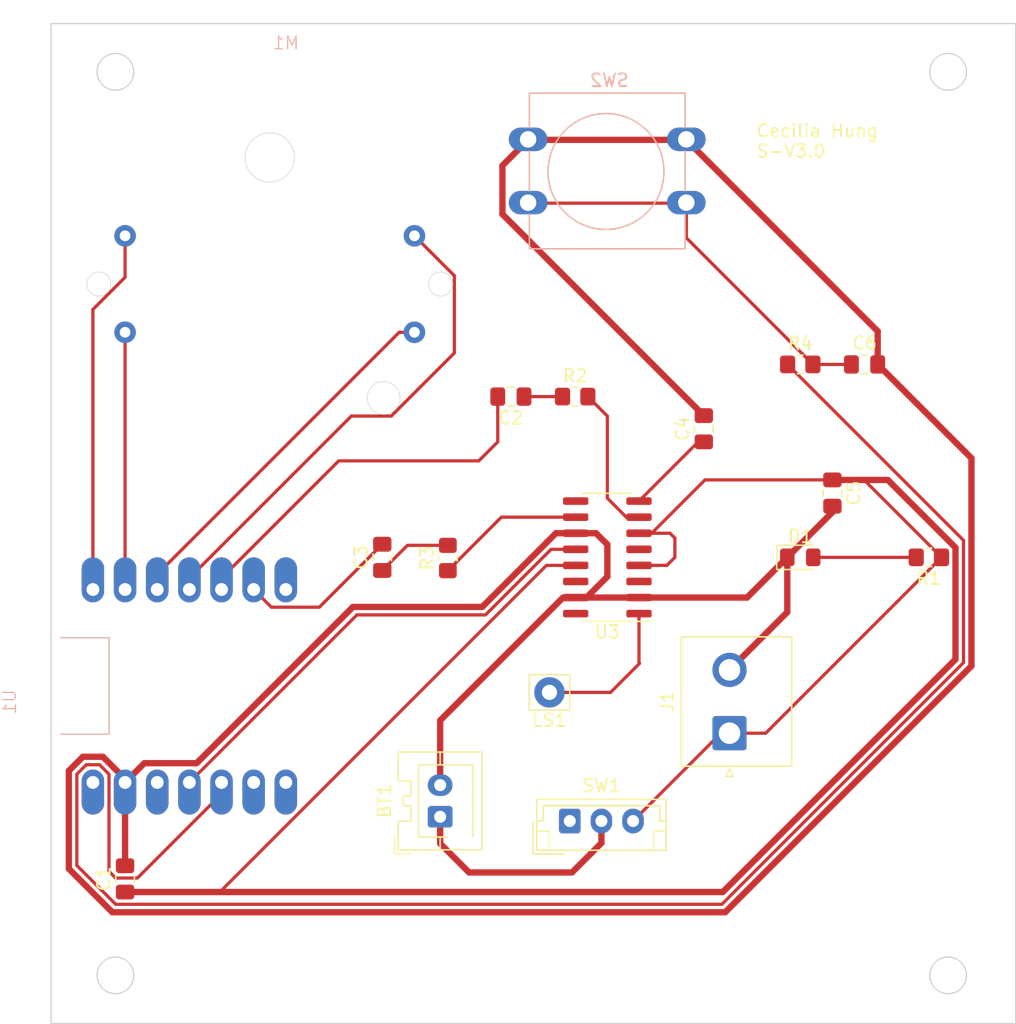
<source format=kicad_pcb>
(kicad_pcb (version 20221018) (generator pcbnew)
  (layers (0 "F.Cu" signal) (31 "B.Cu" signal) (34 "B.Paste" user) (35 "F.Paste" user) (36 "B.SilkS" user "B.Silkscreen") (37 "F.SilkS" user "F.Silkscreen") (38 "B.Mask" user) (39 "F.Mask" user) (44 "Edge.Cuts" user))
  (net 0 "")
  (net 1 "GND")
  (net 2 "Net-(D1-A)")
  (net 3 "Net-(U1-GPIO1_A0_D0)")
  (net 4 "Net-(M1--)")
  (net 5 "Net-(U1-GPIO3_A2_D2)")
  (net 6 "Net-(U1-GPIO4_A3_D3)")
  (net 7 "VCC")
  (net 8 "/BAT")
  (net 9 "Net-(C2-Pad1)")
  (net 10 "Net-(U3-INL)")
  (net 13 "Net-(SW2-B)")
  (net 16 "Net-(U3-INR)")
  (net 17 "Net-(C3-Pad1)")
  (net 18 "Net-(U1-GPIO4_A3_D3_SDA)")
  (net 19 "Net-(U1-GPIO6_A5_D5_SCL)")
  (net 20 "Net-(U3-LOUT+)")
  (net 24 "Net-(U3-VREF)")
  (net 26 "Net-(U1-GPIO9_A10_D10_COPI)")
  (net 29 "Net-(U1-GPIO8_A9_D9_CIPO)")
  (footprint "LED_SMD:LED_0805_2012Metric_Pad1.15x1.40mm_HandSolder" (layer "F.Cu") (at 182.88 73.66)
    (fp_text reference "D1" (at 0 -1.65) (layer "F.SilkS"))
    (fp_text value "LED")
    (fp_line (start -1.86 -0.96) (end -1.86 0.96) (stroke (width 0.12)) (layer "F.SilkS"))
    (fp_line (start -1.86 0.96) (end 1 0.96) (stroke (width 0.12)) (layer "F.SilkS"))
    (fp_line (start 1 -0.96) (end -1.86 -0.96) (stroke (width 0.12)) (layer "F.SilkS"))
    (pad "1" smd roundrect (at -1.025 0) (size 1.15 1.4) (layers "F.Cu" "F.Paste" "F.Mask") (roundrect_rratio 0.2173913043) (net 1 "GND"))
    (pad "2" smd roundrect (at 1.025 0) (size 1.15 1.4) (layers "F.Cu" "F.Paste" "F.Mask") (roundrect_rratio 0.2173913043) (net 2 "Net-(D1-A)"))
  )
  (footprint "Capacitor_SMD:C_0805_2012Metric_Pad1.18x1.45mm_HandSolder" (layer "F.Cu") (at 187.96 58.42)
    (fp_text reference "C6" (at 0 -1.68) (layer "F.SilkS"))
    (fp_text value "100nF")
    (fp_line (start -0.261252 -0.735) (end 0.261252 -0.735) (stroke (width 0.12)) (layer "F.SilkS"))
    (fp_line (start -0.261252 0.735) (end 0.261252 0.735) (stroke (width 0.12)) (layer "F.SilkS"))
    (pad "1" smd roundrect (at -1.0375 0) (size 1.175 1.45) (layers "F.Cu" "F.Paste" "F.Mask") (roundrect_rratio 0.2127659574) (net 13 "Net-(SW2-B)"))
    (pad "2" smd roundrect (at 1.0375 0) (size 1.175 1.45) (layers "F.Cu" "F.Paste" "F.Mask") (roundrect_rratio 0.2127659574) (net 1 "GND"))
  )
  (footprint "Connector_JST:JST_EH_B3B-EH-A_1x03_P2.50mm_Vertical" (layer "F.Cu") (at 164.672 94.488)
    (fp_text reference "SW1" (at 2.5 -2.8) (layer "F.SilkS"))
    (fp_text value "SW_SPDT")
    (fp_line (start -2.91 0.11) (end -2.91 2.61) (stroke (width 0.12)) (layer "F.SilkS"))
    (fp_line (start -2.91 2.61) (end -0.41 2.61) (stroke (width 0.12)) (layer "F.SilkS"))
    (fp_line (start -2.61 -1.71) (end -2.61 2.31) (stroke (width 0.12)) (layer "F.SilkS"))
    (fp_line (start -2.61 0) (end -2.11 0) (stroke (width 0.12)) (layer "F.SilkS"))
    (fp_line (start -2.61 0.81) (end -1.61 0.81) (stroke (width 0.12)) (layer "F.SilkS"))
    (fp_line (start -2.61 2.31) (end 7.61 2.31) (stroke (width 0.12)) (layer "F.SilkS"))
    (fp_line (start -2.11 -1.21) (end 7.11 -1.21) (stroke (width 0.12)) (layer "F.SilkS"))
    (fp_line (start -2.11 0) (end -2.11 -1.21) (stroke (width 0.12)) (layer "F.SilkS"))
    (fp_line (start -1.61 0.81) (end -1.61 2.31) (stroke (width 0.12)) (layer "F.SilkS"))
    (fp_line (start 6.61 0.81) (end 6.61 2.31) (stroke (width 0.12)) (layer "F.SilkS"))
    (fp_line (start 7.11 -1.21) (end 7.11 0) (stroke (width 0.12)) (layer "F.SilkS"))
    (fp_line (start 7.11 0) (end 7.61 0) (stroke (width 0.12)) (layer "F.SilkS"))
    (fp_line (start 7.61 -1.71) (end -2.61 -1.71) (stroke (width 0.12)) (layer "F.SilkS"))
    (fp_line (start 7.61 0.81) (end 6.61 0.81) (stroke (width 0.12)) (layer "F.SilkS"))
    (fp_line (start 7.61 2.31) (end 7.61 -1.71) (stroke (width 0.12)) (layer "F.SilkS"))
    (pad "1" thru_hole roundrect (at 0 0) (size 1.7 1.95) (drill 0.95) (layers "*.Cu" "*.Mask") (roundrect_rratio 0.1470588235))
    (pad "2" thru_hole oval (at 2.5 0) (size 1.7 1.95) (drill 0.95) (layers "*.Cu" "*.Mask") (net 8 "/BAT"))
    (pad "3" thru_hole oval (at 5 0) (size 1.7 1.95) (drill 0.95) (layers "*.Cu" "*.Mask") (net 7 "VCC"))
  )
  (footprint "Package_SO:SOP-16_3.9x9.9mm_P1.27mm" (layer "F.Cu") (at 167.64 73.66 180)
    (fp_text reference "U3" (at 0 -5.9) (layer "F.SilkS"))
    (fp_text value "PAM8403D")
    (fp_line (start 0 -5.06) (end -3.5 -5.06) (stroke (width 0.12)) (layer "F.SilkS"))
    (fp_line (start 0 -5.06) (end 1.95 -5.06) (stroke (width 0.12)) (layer "F.SilkS"))
    (fp_line (start 0 5.06) (end -1.95 5.06) (stroke (width 0.12)) (layer "F.SilkS"))
    (fp_line (start 0 5.06) (end 1.95 5.06) (stroke (width 0.12)) (layer "F.SilkS"))
    (pad "1" smd roundrect (at -2.5 -4.445 180) (size 2 0.6) (layers "F.Cu" "F.Paste" "F.Mask") (net 20 "Net-(U3-LOUT+)"))
    (pad "2" smd roundrect (at -2.5 -3.175 180) (size 2 0.6) (layers "F.Cu" "F.Paste" "F.Mask") (net 1 "GND"))
    (pad "3" smd roundrect (at -2.5 -1.905 180) (size 2 0.6) (layers "F.Cu" "F.Paste" "F.Mask"))
    (pad "4" smd roundrect (at -2.5 -0.635 180) (size 2 0.6) (layers "F.Cu" "F.Paste" "F.Mask") (net 7 "VCC"))
    (pad "5" smd roundrect (at -2.5 0.635 180) (size 2 0.6) (layers "F.Cu" "F.Paste" "F.Mask"))
    (pad "6" smd roundrect (at -2.5 1.905 180) (size 2 0.6) (layers "F.Cu" "F.Paste" "F.Mask") (net 7 "VCC"))
    (pad "7" smd roundrect (at -2.5 3.175 180) (size 2 0.6) (layers "F.Cu" "F.Paste" "F.Mask") (net 10 "Net-(U3-INL)"))
    (pad "8" smd roundrect (at -2.5 4.445 180) (size 2 0.6) (layers "F.Cu" "F.Paste" "F.Mask") (net 24 "Net-(U3-VREF)"))
    (pad "9" smd roundrect (at 2.5 4.445 180) (size 2 0.6) (layers "F.Cu" "F.Paste" "F.Mask"))
    (pad "10" smd roundrect (at 2.5 3.175 180) (size 2 0.6) (layers "F.Cu" "F.Paste" "F.Mask") (net 16 "Net-(U3-INR)"))
    (pad "11" smd roundrect (at 2.5 1.905 180) (size 2 0.6) (layers "F.Cu" "F.Paste" "F.Mask") (net 1 "GND"))
    (pad "12" smd roundrect (at 2.5 0.635 180) (size 2 0.6) (layers "F.Cu" "F.Paste" "F.Mask") (net 26 "Net-(U1-GPIO9_A10_D10_COPI)"))
    (pad "13" smd roundrect (at 2.5 -0.635 180) (size 2 0.6) (layers "F.Cu" "F.Paste" "F.Mask") (net 7 "VCC"))
    (pad "14" smd roundrect (at 2.5 -1.905 180) (size 2 0.6) (layers "F.Cu" "F.Paste" "F.Mask"))
    (pad "15" smd roundrect (at 2.5 -3.175 180) (size 2 0.6) (layers "F.Cu" "F.Paste" "F.Mask") (net 1 "GND"))
    (pad "16" smd roundrect (at 2.5 -4.445 180) (size 2 0.6) (layers "F.Cu" "F.Paste" "F.Mask"))
  )
  (footprint "Resistor_SMD:R_0805_2012Metric_Pad1.20x1.40mm_HandSolder" (layer "F.Cu") (at 165.1 60.96)
    (fp_text reference "R2" (at 0 -1.65) (layer "F.SilkS"))
    (fp_text value "1.2kΩ")
    (fp_line (start -0.227064 -0.735) (end 0.227064 -0.735) (stroke (width 0.12)) (layer "F.SilkS"))
    (fp_line (start -0.227064 0.735) (end 0.227064 0.735) (stroke (width 0.12)) (layer "F.SilkS"))
    (pad "1" smd roundrect (at -1 0) (size 1.2 1.4) (layers "F.Cu" "F.Paste" "F.Mask") (roundrect_rratio 0.2083333333) (net 9 "Net-(C2-Pad1)"))
    (pad "2" smd roundrect (at 1 0) (size 1.2 1.4) (layers "F.Cu" "F.Paste" "F.Mask") (roundrect_rratio 0.2083333333) (net 10 "Net-(U3-INL)"))
  )
  (footprint "Connector_JST:JST_NV_B02P-NV_1x02_P5.00mm_Vertical" (layer "F.Cu") (at 177.292 87.55 90)
    (fp_text reference "J1" (at 2.5 -4.9 90) (layer "F.SilkS"))
    (fp_text value "Conn_01x02_Pin")
    (fp_line (start -3.41 -0.3) (end -2.81 0) (stroke (width 0.12)) (layer "F.SilkS"))
    (fp_line (start -3.41 0.3) (end -3.41 -0.3) (stroke (width 0.12)) (layer "F.SilkS"))
    (fp_line (start -2.81 0) (end -3.41 0.3) (stroke (width 0.12)) (layer "F.SilkS"))
    (fp_line (start -2.61 -3.81) (end -2.61 4.91) (stroke (width 0.12)) (layer "F.SilkS"))
    (fp_line (start -2.61 4.91) (end 7.61 4.91) (stroke (width 0.12)) (layer "F.SilkS"))
    (fp_line (start 7.61 -3.81) (end -2.61 -3.81) (stroke (width 0.12)) (layer "F.SilkS"))
    (fp_line (start 7.61 4.91) (end 7.61 -3.81) (stroke (width 0.12)) (layer "F.SilkS"))
    (pad "1" thru_hole roundrect (at 0 0 90) (size 2.7 2.7) (drill 1.7) (layers "*.Cu" "*.Mask") (roundrect_rratio 0.09259296296) (net 7 "VCC"))
    (pad "2" thru_hole circle (at 5 0 90) (size 2.7 2.7) (drill 1.7) (layers "*.Cu" "*.Mask") (net 1 "GND"))
  )
  (footprint "Resistor_SMD:R_0805_2012Metric_Pad1.20x1.40mm_HandSolder" (layer "F.Cu") (at 193.04 73.66 180)
    (fp_text reference "R1" (at 0 -1.65) (layer "F.SilkS"))
    (fp_text value "85Ω")
    (fp_line (start -0.227064 -0.735) (end 0.227064 -0.735) (stroke (width 0.12)) (layer "F.SilkS"))
    (fp_line (start -0.227064 0.735) (end 0.227064 0.735) (stroke (width 0.12)) (layer "F.SilkS"))
    (pad "1" smd roundrect (at -1 0 180) (size 1.2 1.4) (layers "F.Cu" "F.Paste" "F.Mask") (roundrect_rratio 0.2083333333) (net 7 "VCC"))
    (pad "2" smd roundrect (at 1 0 180) (size 1.2 1.4) (layers "F.Cu" "F.Paste" "F.Mask") (roundrect_rratio 0.2083333333) (net 2 "Net-(D1-A)"))
  )
  (footprint "Capacitor_SMD:C_0805_2012Metric_Pad1.18x1.45mm_HandSolder" (layer "F.Cu") (at 185.42 68.58 -90)
    (fp_text reference "C5" (at 0 -1.68 90) (layer "F.SilkS"))
    (fp_text value "470μF")
    (fp_line (start -0.261252 -0.735) (end 0.261252 -0.735) (stroke (width 0.12)) (layer "F.SilkS"))
    (fp_line (start -0.261252 0.735) (end 0.261252 0.735) (stroke (width 0.12)) (layer "F.SilkS"))
    (pad "1" smd roundrect (at -1.0375 0 270) (size 1.175 1.45) (layers "F.Cu" "F.Paste" "F.Mask") (roundrect_rratio 0.2127659574) (net 7 "VCC"))
    (pad "2" smd roundrect (at 1.0375 0 270) (size 1.175 1.45) (layers "F.Cu" "F.Paste" "F.Mask") (roundrect_rratio 0.2127659574) (net 1 "GND"))
  )
  (footprint "Capacitor_SMD:C_0805_2012Metric_Pad1.18x1.45mm_HandSolder" (layer "F.Cu") (at 175.26 63.5 90)
    (fp_text reference "C4" (at 0 -1.68 90) (layer "F.SilkS"))
    (fp_text value "0.1μF")
    (fp_line (start -0.261252 -0.735) (end 0.261252 -0.735) (stroke (width 0.12)) (layer "F.SilkS"))
    (fp_line (start -0.261252 0.735) (end 0.261252 0.735) (stroke (width 0.12)) (layer "F.SilkS"))
    (pad "1" smd roundrect (at -1.0375 0 90) (size 1.175 1.45) (layers "F.Cu" "F.Paste" "F.Mask") (roundrect_rratio 0.2127659574) (net 24 "Net-(U3-VREF)"))
    (pad "2" smd roundrect (at 1.0375 0 90) (size 1.175 1.45) (layers "F.Cu" "F.Paste" "F.Mask") (roundrect_rratio 0.2127659574) (net 1 "GND"))
  )
  (footprint "Resistor_SMD:R_0805_2012Metric_Pad1.20x1.40mm_HandSolder" (layer "F.Cu") (at 182.88 58.42)
    (fp_text reference "R4" (at 0 -1.65) (layer "F.SilkS"))
    (fp_text value "10kΩ")
    (fp_line (start -0.227064 -0.735) (end 0.227064 -0.735) (stroke (width 0.12)) (layer "F.SilkS"))
    (fp_line (start -0.227064 0.735) (end 0.227064 0.735) (stroke (width 0.12)) (layer "F.SilkS"))
    (pad "1" smd roundrect (at -1 0) (size 1.2 1.4) (layers "F.Cu" "F.Paste" "F.Mask") (roundrect_rratio 0.2083333333) (net 29 "Net-(U1-GPIO8_A9_D9_CIPO)"))
    (pad "2" smd roundrect (at 1 0) (size 1.2 1.4) (layers "F.Cu" "F.Paste" "F.Mask") (roundrect_rratio 0.2083333333) (net 13 "Net-(SW2-B)"))
  )
  (footprint "Capacitor_SMD:C_0805_2012Metric_Pad1.18x1.45mm_HandSolder" (layer "F.Cu") (at 129.54 99.06 90)
    (fp_text reference "C1" (at 0 -1.68 90) (layer "F.SilkS"))
    (fp_text value "1μF")
    (fp_line (start -0.261252 -0.735) (end 0.261252 -0.735) (stroke (width 0.12)) (layer "F.SilkS"))
    (fp_line (start -0.261252 0.735) (end 0.261252 0.735) (stroke (width 0.12)) (layer "F.SilkS"))
    (pad "1" smd roundrect (at -1.0375 0 90) (size 1.175 1.45) (layers "F.Cu" "F.Paste" "F.Mask") (roundrect_rratio 0.2127659574) (net 7 "VCC"))
    (pad "2" smd roundrect (at 1.0375 0 90) (size 1.175 1.45) (layers "F.Cu" "F.Paste" "F.Mask") (roundrect_rratio 0.2127659574) (net 1 "GND"))
  )
  (footprint "Connector_Pin:Pin_D1.2mm_L11.3mm_W3.0mm_Flat" (layer "F.Cu") (at 163.068 84.328)
    (fp_text reference "LS1" (at 0 2.2) (layer "F.SilkS"))
    (fp_text value "Speaker")
    (fp_line (start -1.6 -1.4) (end 1.6 -1.4) (stroke (width 0.12)) (layer "F.SilkS"))
    (fp_line (start -1.6 1.4) (end -1.6 -1.4) (stroke (width 0.12)) (layer "F.SilkS"))
    (fp_line (start 1.6 -1.4) (end 1.6 1.4) (stroke (width 0.12)) (layer "F.SilkS"))
    (fp_line (start 1.6 1.4) (end -1.6 1.4) (stroke (width 0.12)) (layer "F.SilkS"))
    (pad "1" thru_hole circle (at 0 0) (size 2.4 2.4) (drill 1.2) (layers "*.Cu" "*.Mask") (net 20 "Net-(U3-LOUT+)"))
  )
  (footprint "Capacitor_SMD:C_0805_2012Metric_Pad1.18x1.45mm_HandSolder" (layer "F.Cu") (at 149.86 73.66 90)
    (fp_text reference "C3" (at 0 -1.68 90) (layer "F.SilkS"))
    (fp_text value "0.47μF")
    (fp_line (start -0.261252 -0.735) (end 0.261252 -0.735) (stroke (width 0.12)) (layer "F.SilkS"))
    (fp_line (start -0.261252 0.735) (end 0.261252 0.735) (stroke (width 0.12)) (layer "F.SilkS"))
    (pad "1" smd roundrect (at -1.0375 0 90) (size 1.175 1.45) (layers "F.Cu" "F.Paste" "F.Mask") (roundrect_rratio 0.2127659574) (net 17 "Net-(C3-Pad1)"))
    (pad "2" smd roundrect (at 1.0375 0 90) (size 1.175 1.45) (layers "F.Cu" "F.Paste" "F.Mask") (roundrect_rratio 0.2127659574) (net 19 "Net-(U1-GPIO6_A5_D5_SCL)"))
  )
  (footprint "Connector_JST:JST_XA_B02B-XASK-1-A_1x02_P2.50mm_Vertical" (layer "F.Cu") (at 154.432 94.154 90)
    (fp_text reference "BT1" (at 1.25 -4.4 90) (layer "F.SilkS"))
    (fp_text value "Battery_Cell")
    (fp_line (start -2.91 -3.61) (end -2.91 -2.36) (stroke (width 0.12)) (layer "F.SilkS"))
    (fp_line (start -2.61 -3.31) (end -2.61 3.31) (stroke (width 0.12)) (layer "F.SilkS"))
    (fp_line (start -2.61 0) (end -1.6 0) (stroke (width 0.12)) (layer "F.SilkS"))
    (fp_line (start -2.61 3.31) (end 5.11 3.31) (stroke (width 0.12)) (layer "F.SilkS"))
    (fp_line (start -1.66 -3.61) (end -2.91 -3.61) (stroke (width 0.12)) (layer "F.SilkS"))
    (fp_line (start -1.6 -1.7) (end 4.1 -1.7) (stroke (width 0.12)) (layer "F.SilkS"))
    (fp_line (start -1.6 0.6) (end -1.6 -1.7) (stroke (width 0.12)) (layer "F.SilkS"))
    (fp_line (start -0.35 -3.31) (end -2.61 -3.31) (stroke (width 0.12)) (layer "F.SilkS"))
    (fp_line (start -0.35 -2.31) (end -0.35 -3.31) (stroke (width 0.12)) (layer "F.SilkS"))
    (fp_line (start 0.85 -2.91) (end 0.85 -2.31) (stroke (width 0.12)) (layer "F.SilkS"))
    (fp_line (start 0.85 -2.31) (end -0.35 -2.31) (stroke (width 0.12)) (layer "F.SilkS"))
    (fp_line (start 1.65 -2.91) (end 0.85 -2.91) (stroke (width 0.12)) (layer "F.SilkS"))
    (fp_line (start 1.65 -2.31) (end 1.65 -2.91) (stroke (width 0.12)) (layer "F.SilkS"))
    (fp_line (start 2.85 -3.31) (end 2.85 -2.31) (stroke (width 0.12)) (layer "F.SilkS"))
    (fp_line (start 2.85 -2.31) (end 1.65 -2.31) (stroke (width 0.12)) (layer "F.SilkS"))
    (fp_line (start 4.1 -1.7) (end 4.1 2.6) (stroke (width 0.12)) (layer "F.SilkS"))
    (fp_line (start 4.1 2.6) (end -1.6 2.6) (stroke (width 0.12)) (layer "F.SilkS"))
    (fp_line (start 5.11 -3.31) (end 2.85 -3.31) (stroke (width 0.12)) (layer "F.SilkS"))
    (fp_line (start 5.11 0) (end 4.1 0) (stroke (width 0.12)) (layer "F.SilkS"))
    (fp_line (start 5.11 3.31) (end 5.11 -3.31) (stroke (width 0.12)) (layer "F.SilkS"))
    (pad "" np_thru_hole circle (at -1.6 1.6 90) (size 1.25 1.25) (drill 1.25) (layers "*.Cu" "*.Mask"))
    (pad "1" thru_hole roundrect (at 0 0 90) (size 1.7 1.95) (drill 0.95) (layers "*.Cu" "*.Mask") (roundrect_rratio 0.1470588235) (net 8 "/BAT"))
    (pad "2" thru_hole oval (at 2.5 0 90) (size 1.7 1.95) (drill 0.95) (layers "*.Cu" "*.Mask") (net 1 "GND"))
  )
  (footprint "Resistor_SMD:R_0805_2012Metric_Pad1.20x1.40mm_HandSolder" (layer "F.Cu") (at 155.0416 73.7108 90)
    (fp_text reference "R3" (at 0 -1.65 90) (layer "F.SilkS"))
    (fp_text value "1.2kΩ")
    (fp_line (start -0.227064 -0.735) (end 0.227064 -0.735) (stroke (width 0.12)) (layer "F.SilkS"))
    (fp_line (start -0.227064 0.735) (end 0.227064 0.735) (stroke (width 0.12)) (layer "F.SilkS"))
    (pad "1" smd roundrect (at -1 0 90) (size 1.2 1.4) (layers "F.Cu" "F.Paste" "F.Mask") (roundrect_rratio 0.2083333333) (net 16 "Net-(U3-INR)"))
    (pad "2" smd roundrect (at 1 0 90) (size 1.2 1.4) (layers "F.Cu" "F.Paste" "F.Mask") (roundrect_rratio 0.2083333333) (net 17 "Net-(C3-Pad1)"))
  )
  (footprint "Capacitor_SMD:C_0805_2012Metric_Pad1.18x1.45mm_HandSolder" (layer "F.Cu") (at 160.02 60.96 180)
    (fp_text reference "C2" (at 0 -1.68) (layer "F.SilkS"))
    (fp_text value "0.47μF")
    (fp_line (start -0.261252 -0.735) (end 0.261252 -0.735) (stroke (width 0.12)) (layer "F.SilkS"))
    (fp_line (start -0.261252 0.735) (end 0.261252 0.735) (stroke (width 0.12)) (layer "F.SilkS"))
    (pad "1" smd roundrect (at -1.0375 0 180) (size 1.175 1.45) (layers "F.Cu" "F.Paste" "F.Mask") (roundrect_rratio 0.2127659574) (net 9 "Net-(C2-Pad1)"))
    (pad "2" smd roundrect (at 1.0375 0 180) (size 1.175 1.45) (layers "F.Cu" "F.Paste" "F.Mask") (roundrect_rratio 0.2127659574) (net 18 "Net-(U1-GPIO4_A3_D3_SDA)"))
  )
  (footprint "demo_esp32:XIAO_ESP32_SENSE" (layer "B.Cu") (at 134.62 83.82 -90)
    (fp_text reference "U1" (at 1.27 14.2 90 unlocked) (layer "B.SilkS") (effects (font (thickness 0.1)) (justify mirror)))
    (fp_text value "~")
    (fp_line (start -3.81 6.35) (end 3.81 6.35) (stroke (width 0.1)) (layer "B.SilkS"))
    (fp_line (start -3.81 10.16) (end -3.81 6.35) (stroke (width 0.1)) (layer "B.SilkS"))
    (fp_line (start 3.81 6.35) (end 3.81 10.16) (stroke (width 0.1)) (layer "B.SilkS"))
    (pad "1" thru_hole oval (at -7.62 7.62 270) (size 3.556 1.778) (drill 1.016 (offset -0.762 0)) (layers "*.Cu" "*.Mask") (net 3 "Net-(U1-GPIO1_A0_D0)"))
    (pad "2" thru_hole oval (at -7.62 5.08 270) (size 3.556 1.778) (drill 1.016 (offset -0.762 0)) (layers "*.Cu" "*.Mask") (net 4 "Net-(M1--)"))
    (pad "3" thru_hole oval (at -7.62 2.54 270) (size 3.556 1.778) (drill 1.016 (offset -0.762 0)) (layers "*.Cu" "*.Mask") (net 5 "Net-(U1-GPIO3_A2_D2)"))
    (pad "4" thru_hole oval (at -7.62 0 270) (size 3.556 1.778) (drill 1.016 (offset -0.762 0)) (layers "*.Cu" "*.Mask") (net 6 "Net-(U1-GPIO4_A3_D3)"))
    (pad "5" thru_hole oval (at -7.62 -2.54 270) (size 3.556 1.778) (drill 1.016 (offset -0.762 0)) (layers "*.Cu" "*.Mask") (net 18 "Net-(U1-GPIO4_A3_D3_SDA)"))
    (pad "6" thru_hole oval (at -7.62 -5.08 270) (size 3.556 1.778) (drill 1.016 (offset -0.762 0)) (layers "*.Cu" "*.Mask") (net 19 "Net-(U1-GPIO6_A5_D5_SCL)"))
    (pad "7" thru_hole oval (at -7.62 -7.62 270) (size 3.556 1.778) (drill 1.016 (offset -0.762 0)) (layers "*.Cu" "*.Mask"))
    (pad "8" thru_hole oval (at 7.62 7.62 270) (size 3.556 1.778) (drill 1.016 (offset 0.762 0)) (layers "*.Cu" "*.Mask"))
    (pad "9" thru_hole oval (at 7.62 5.08 270) (size 3.556 1.778) (drill 1.016 (offset 0.762 0)) (layers "*.Cu" "*.Mask") (net 1 "GND"))
    (pad "10" thru_hole oval (at 7.62 2.54 270) (size 3.556 1.778) (drill 1.016 (offset 0.762 0)) (layers "*.Cu" "*.Mask"))
    (pad "11" thru_hole oval (at 7.62 0 270) (size 3.556 1.778) (drill 1.016 (offset 0.762 0)) (layers "*.Cu" "*.Mask") (net 26 "Net-(U1-GPIO9_A10_D10_COPI)"))
    (pad "12" thru_hole oval (at 7.62 -2.54 270) (size 3.556 1.778) (drill 1.016 (offset 0.762 0)) (layers "*.Cu" "*.Mask") (net 29 "Net-(U1-GPIO8_A9_D9_CIPO)"))
    (pad "13" thru_hole oval (at 7.62 -5.08 270) (size 3.556 1.778) (drill 1.016 (offset 0.762 0)) (layers "*.Cu" "*.Mask"))
    (pad "14" thru_hole oval (at 7.62 -7.62 270) (size 3.556 1.778) (drill 1.016 (offset 0.762 0)) (layers "*.Cu" "*.Mask"))
  )
  (footprint "Button_Switch_THT:SW_PUSH-12mm" (layer "B.Cu") (at 173.88 40.64 180)
    (fp_text reference "SW2" (at 6.08 4.66) (layer "B.SilkS") (effects (justify mirror)))
    (fp_text value "SW_SPST")
    (fp_line (start 0.1 -8.65) (end 0.1 -5.93) (stroke (width 0.12)) (layer "B.SilkS"))
    (fp_line (start 0.1 -4.07) (end 0.1 -0.93) (stroke (width 0.12)) (layer "B.SilkS"))
    (fp_line (start 0.1 0.93) (end 0.1 3.65) (stroke (width 0.12)) (layer "B.SilkS"))
    (fp_line (start 0.1 3.65) (end 12.4 3.65) (stroke (width 0.12)) (layer "B.SilkS"))
    (fp_line (start 12.4 -8.65) (end 0.1 -8.65) (stroke (width 0.12)) (layer "B.SilkS"))
    (fp_line (start 12.4 -5.93) (end 12.4 -8.65) (stroke (width 0.12)) (layer "B.SilkS"))
    (fp_line (start 12.4 -0.93) (end 12.4 -4.07) (stroke (width 0.12)) (layer "B.SilkS"))
    (fp_line (start 12.4 3.65) (end 12.4 0.93) (stroke (width 0.12)) (layer "B.SilkS"))
    (fp_circle (center 6.35 -2.54) (end 10.16 -5.08) (stroke (width 0.12)) (fill none) (layer "B.SilkS"))
    (pad "1" thru_hole oval (at 0 0 180) (size 3.048 1.85) (drill 1.3) (layers "*.Cu" "*.Mask") (net 1 "GND"))
    (pad "1" thru_hole oval (at 12.5 0 180) (size 3.048 1.85) (drill 1.3) (layers "*.Cu" "*.Mask") (net 1 "GND"))
    (pad "2" thru_hole oval (at 0 -5 180) (size 3.048 1.85) (drill 1.3) (layers "*.Cu" "*.Mask") (net 13 "Net-(SW2-B)"))
    (pad "2" thru_hole oval (at 12.5 -5 180) (size 3.048 1.85) (drill 1.3) (layers "*.Cu" "*.Mask") (net 13 "Net-(SW2-B)"))
  )
  (footprint "demo_motor:x27_stepper" (layer "B.Cu") (at 138.43 62.23 180)
    (fp_text reference "M1" (at -3.81 29.21 unlocked) (layer "B.SilkS") (effects (font (thickness 0.1)) (justify mirror)))
    (fp_text value "Stepper_Motor_bipolar")
    (fp_circle (center -16.04 10.16) (end -15.09 10.16) (stroke (width 0.05)) (fill none) (layer "Edge.Cuts"))
    (fp_circle (center -11.54 1.16) (end -10.24 1.16) (stroke (width 0.05)) (fill none) (layer "Edge.Cuts"))
    (fp_circle (center -2.54 20.16) (end -0.59 20.16) (stroke (width 0.05)) (fill none) (layer "Edge.Cuts"))
    (fp_circle (center 10.96 10.16) (end 11.91 10.16) (stroke (width 0.05)) (fill none) (layer "Edge.Cuts"))
    (pad "1" thru_hole circle (at 8.89 13.97 180) (size 1.7 1.7) (drill 0.85) (layers "*.Cu" "*.Mask") (net 3 "Net-(U1-GPIO1_A0_D0)"))
    (pad "2" thru_hole circle (at 8.89 6.35 180) (size 1.7 1.7) (drill 0.85) (layers "*.Cu" "*.Mask") (net 4 "Net-(M1--)"))
    (pad "3" thru_hole circle (at -13.97 6.35 180) (size 1.7 1.7) (drill 0.85) (layers "*.Cu" "*.Mask") (net 5 "Net-(U1-GPIO3_A2_D2)"))
    (pad "4" thru_hole circle (at -13.97 13.97 180) (size 1.7 1.7) (drill 0.85) (layers "*.Cu" "*.Mask") (net 6 "Net-(U1-GPIO4_A3_D3)"))
  )
  (gr_circle (center 194.564 106.68) (end 196.014 106.68) (stroke (width 0.1)) (fill none) (layer "Edge.Cuts"))
  (gr_circle (center 194.564 35.306) (end 196.014 35.306) (stroke (width 0.1)) (fill none) (layer "Edge.Cuts"))
  (gr_rect (start 123.698 31.496) (end 199.898 110.49) (stroke (width 0.1)) (fill none) (layer "Edge.Cuts"))
  (gr_circle (center 128.778 106.68) (end 130.228 106.68) (stroke (width 0.1)) (fill none) (layer "Edge.Cuts"))
  (gr_circle (center 128.778 35.306) (end 130.228 35.306) (stroke (width 0.1)) (fill none) (layer "Edge.Cuts"))
  (gr_text "Cecilia Hung \nS-V3.0" (at 179.324 42.164) (layer "F.SilkS") (effects (font (size 1 1)) (justify left bottom)))
  (segment (start 125.099 90.525581) (end 126.212581 89.412) (width 0.5) (layer "F.Cu") (net 1))
  (segment (start 188.9975 55.7975) (end 188.9975 58.42) (width 0.5) (layer "F.Cu") (net 1))
  (segment (start 173.88 40.68) (end 188.9975 55.7975) (width 0.5) (layer "F.Cu") (net 1))
  (segment (start 176.947736 101.697) (end 128.535336 101.697) (width 0.5) (layer "F.Cu") (net 1))
  (segment (start 131.06 89.92) (end 135.196999 89.92) (width 0.5) (layer "F.Cu") (net 1))
  (segment (start 178.68 76.835) (end 170.14 76.835) (width 0.5) (layer "F.Cu") (net 1))
  (segment (start 154.432 91.654) (end 154.432 86.543001) (width 0.5) (layer "F.Cu") (net 1))
  (segment (start 154.432 86.543001) (end 164.140001 76.835) (width 0.5) (layer "F.Cu") (net 1))
  (segment (start 185.42 70.095) (end 181.855 73.66) (width 0.5) (layer "F.Cu") (net 1))
  (segment (start 196.406 65.8285) (end 196.406 82.238736) (width 0.5) (layer "F.Cu") (net 1))
  (segment (start 125.099 98.260664) (end 125.099 90.525581) (width 0.5) (layer "F.Cu") (net 1))
  (segment (start 129.54 91.44) (end 129.54 98.0225) (width 0.5) (layer "F.Cu") (net 1))
  (segment (start 167.64 75.184) (end 165.989 76.835) (width 0.5) (layer "F.Cu") (net 1))
  (segment (start 177.292 82.55) (end 181.855 77.987) (width 0.5) (layer "F.Cu") (net 1))
  (segment (start 165.989 76.835) (end 165.14 76.835) (width 0.5) (layer "F.Cu") (net 1))
  (segment (start 165.14 76.835) (end 170.14 76.835) (width 0.5) (layer "F.Cu") (net 1))
  (segment (start 196.406 82.238736) (end 176.947736 101.697) (width 0.5) (layer "F.Cu") (net 1))
  (segment (start 163.572632 71.755) (end 165.14 71.755) (width 0.5) (layer "F.Cu") (net 1))
  (segment (start 147.541999 77.575) (end 157.752632 77.575) (width 0.5) (layer "F.Cu") (net 1))
  (segment (start 127.787419 89.412) (end 129.54 91.164581) (width 0.5) (layer "F.Cu") (net 1))
  (segment (start 128.535336 101.697) (end 125.099 98.260664) (width 0.5) (layer "F.Cu") (net 1))
  (segment (start 129.54 91.164581) (end 129.54 91.44) (width 0.5) (layer "F.Cu") (net 1))
  (segment (start 126.212581 89.412) (end 127.787419 89.412) (width 0.5) (layer "F.Cu") (net 1))
  (segment (start 161.38 40.68) (end 159.352 42.708) (width 0.5) (layer "F.Cu") (net 1))
  (segment (start 166.139999 76.835) (end 165.14 76.835) (width 0.5) (layer "F.Cu") (net 1))
  (segment (start 159.352 46.5545) (end 175.26 62.4625) (width 0.5) (layer "F.Cu") (net 1))
  (segment (start 167.64 72.644) (end 167.64 75.184) (width 0.5) (layer "F.Cu") (net 1))
  (segment (start 129.54 91.44) (end 131.06 89.92) (width 0.5) (layer "F.Cu") (net 1))
  (segment (start 159.352 42.708) (end 159.352 46.5545) (width 0.5) (layer "F.Cu") (net 1))
  (segment (start 166.751 71.755) (end 167.64 72.644) (width 0.5) (layer "F.Cu") (net 1))
  (segment (start 188.9975 58.42) (end 196.406 65.8285) (width 0.5) (layer "F.Cu") (net 1))
  (segment (start 185.42 69.6175) (end 185.42 70.095) (width 0.5) (layer "F.Cu") (net 1))
  (segment (start 165.14 71.755) (end 166.751 71.755) (width 0.5) (layer "F.Cu") (net 1))
  (segment (start 181.855 73.66) (end 178.68 76.835) (width 0.5) (layer "F.Cu") (net 1))
  (segment (start 181.855 77.987) (end 181.855 73.66) (width 0.5) (layer "F.Cu") (net 1))
  (segment (start 164.140001 76.835) (end 165.14 76.835) (width 0.5) (layer "F.Cu") (net 1))
  (segment (start 135.196999 89.92) (end 147.541999 77.575) (width 0.5) (layer "F.Cu") (net 1))
  (segment (start 157.752632 77.575) (end 163.572632 71.755) (width 0.5) (layer "F.Cu") (net 1))
  (segment (start 173.88 40.68) (end 161.38 40.68) (width 0.5) (layer "F.Cu") (net 1))
  (segment (start 183.905 73.66) (end 192.04 73.66) (width 0.254) (layer "F.Cu") (net 2))
  (segment (start 127 76.2) (end 127 54.074113) (width 0.254) (layer "F.Cu") (net 3))
  (segment (start 129.54 51.534113) (end 129.54 48.26) (width 0.254) (layer "F.Cu") (net 3))
  (segment (start 127 54.074113) (end 129.54 51.534113) (width 0.254) (layer "F.Cu") (net 3))
  (segment (start 129.54 76.2) (end 129.54 55.88) (width 0.254) (layer "F.Cu") (net 4))
  (segment (start 132.08 74.997919) (end 132.08 76.2) (width 0.254) (layer "F.Cu") (net 5))
  (segment (start 152.4 55.88) (end 151.197919 55.88) (width 0.254) (layer "F.Cu") (net 5))
  (segment (start 151.197919 55.88) (end 132.08 74.997919) (width 0.254) (layer "F.Cu") (net 5))
  (segment (start 155.555131 57.514249) (end 155.555131 51.415131) (width 0.254) (layer "F.Cu") (net 6))
  (segment (start 147.413422 62.499527) (end 150.569853 62.499527) (width 0.254) (layer "F.Cu") (net 6))
  (segment (start 150.569853 62.499527) (end 155.555131 57.514249) (width 0.254) (layer "F.Cu") (net 6))
  (segment (start 134.62 76.2) (end 134.62 75.292949) (width 0.254) (layer "F.Cu") (net 6))
  (segment (start 155.555131 51.415131) (end 152.4 48.26) (width 0.254) (layer "F.Cu") (net 6))
  (segment (start 134.62 75.292949) (end 147.413422 62.499527) (width 0.254) (layer "F.Cu") (net 6))
  (segment (start 176.61 87.55) (end 177.292 87.55) (width 0.254) (layer "F.Cu") (net 7))
  (segment (start 172.974 72.136) (end 172.974 73.66) (width 0.254) (layer "F.Cu") (net 7))
  (segment (start 172.593 71.755) (end 172.974 72.136) (width 0.254) (layer "F.Cu") (net 7))
  (segment (start 172.974 73.66) (end 172.339 74.295) (width 0.254) (layer "F.Cu") (net 7))
  (segment (start 187.9225 67.5425) (end 185.42 67.5425) (width 0.254) (layer "F.Cu") (net 7))
  (segment (start 137.029551 100.0975) (end 129.54 100.0975) (width 0.254) (layer "F.Cu") (net 7))
  (segment (start 177.292 87.55) (end 180.15 87.55) (width 0.254) (layer "F.Cu") (net 7))
  (segment (start 189.795744 67.5425) (end 185.42 67.5425) (width 0.5) (layer "F.Cu") (net 7))
  (segment (start 195.144 72.890756) (end 189.795744 67.5425) (width 0.5) (layer "F.Cu") (net 7))
  (segment (start 165.14 74.295) (end 162.832051 74.295) (width 0.254) (layer "F.Cu") (net 7))
  (segment (start 170.14 71.755) (end 172.593 71.755) (width 0.254) (layer "F.Cu") (net 7))
  (segment (start 180.15 87.55) (end 194.04 73.66) (width 0.254) (layer "F.Cu") (net 7))
  (segment (start 162.832051 74.295) (end 137.029551 100.0975) (width 0.254) (layer "F.Cu") (net 7))
  (segment (start 194.04 73.66) (end 187.9225 67.5425) (width 0.254) (layer "F.Cu") (net 7))
  (segment (start 195.144 81.716) (end 195.144 72.890756) (width 0.5) (layer "F.Cu") (net 7))
  (segment (start 129.54 100.0975) (end 176.7625 100.0975) (width 0.5) (layer "F.Cu") (net 7))
  (segment (start 172.339 74.295) (end 170.14 74.295) (width 0.254) (layer "F.Cu") (net 7))
  (segment (start 176.7625 100.0975) (end 180.34 96.52) (width 0.5) (layer "F.Cu") (net 7))
  (segment (start 180.34 96.52) (end 195.144 81.716) (width 0.5) (layer "F.Cu") (net 7))
  (segment (start 170.14 71.755) (end 171.139999 71.755) (width 0.254) (layer "F.Cu") (net 7))
  (segment (start 169.672 94.488) (end 176.61 87.55) (width 0.254) (layer "F.Cu") (net 7))
  (segment (start 185.42 67.5425) (end 175.352499 67.5425) (width 0.254) (layer "F.Cu") (net 7))
  (segment (start 175.352499 67.5425) (end 171.139999 71.755) (width 0.254) (layer "F.Cu") (net 7))
  (segment (start 167.172 96.226) (end 167.172 94.488) (width 0.5) (layer "F.Cu") (net 8))
  (segment (start 154.432 96.266) (end 156.718 98.552) (width 0.5) (layer "F.Cu") (net 8))
  (segment (start 156.718 98.552) (end 164.846 98.552) (width 0.5) (layer "F.Cu") (net 8))
  (segment (start 154.432 94.154) (end 154.432 96.266) (width 0.5) (layer "F.Cu") (net 8))
  (segment (start 164.846 98.552) (end 167.172 96.226) (width 0.5) (layer "F.Cu") (net 8))
  (segment (start 161.0575 60.96) (end 164.1 60.96) (width 0.254) (layer "F.Cu") (net 9))
  (segment (start 166.1 60.96) (end 167.64 62.5) (width 0.254) (layer "F.Cu") (net 10))
  (segment (start 167.64 68.984999) (end 169.140001 70.485) (width 0.254) (layer "F.Cu") (net 10))
  (segment (start 167.64 62.5) (end 167.64 68.984999) (width 0.254) (layer "F.Cu") (net 10))
  (segment (start 169.140001 70.485) (end 170.14 70.485) (width 0.254) (layer "F.Cu") (net 10))
  (segment (start 161.38 45.68) (end 173.88 45.68) (width 0.254) (layer "F.Cu") (net 13))
  (segment (start 186.9225 58.42) (end 183.88 58.42) (width 0.254) (layer "F.Cu") (net 13))
  (segment (start 173.88 45.68) (end 173.88 48.42) (width 0.254) (layer "F.Cu") (net 13))
  (segment (start 173.88 48.42) (end 183.88 58.42) (width 0.254) (layer "F.Cu") (net 13))
  (segment (start 155.0416 74.7108) (end 159.2674 70.485) (width 0.254) (layer "F.Cu") (net 16))
  (segment (start 159.2674 70.485) (end 165.14 70.485) (width 0.254) (layer "F.Cu") (net 16))
  (segment (start 151.8467 72.7108) (end 149.86 74.6975) (width 0.254) (layer "F.Cu") (net 17))
  (segment (start 155.0416 72.7108) (end 151.8467 72.7108) (width 0.254) (layer "F.Cu") (net 17))
  (segment (start 157.48 66.04) (end 158.9825 64.5375) (width 0.254) (layer "F.Cu") (net 18))
  (segment (start 137.16 75.292949) (end 146.412949 66.04) (width 0.254) (layer "F.Cu") (net 18))
  (segment (start 137.16 75.292949) (end 137.16 76.2) (width 0.254) (layer "F.Cu") (net 18))
  (segment (start 158.9825 64.5375) (end 158.9825 60.96) (width 0.254) (layer "F.Cu") (net 18))
  (segment (start 146.412949 66.04) (end 157.48 66.04) (width 0.254) (layer "F.Cu") (net 18))
  (segment (start 149.86 72.6225) (end 144.8855 77.597) (width 0.254) (layer "F.Cu") (net 19))
  (segment (start 144.8855 77.597) (end 141.097 77.597) (width 0.254) (layer "F.Cu") (net 19))
  (segment (start 139.7 75.292949) (end 139.7 76.2) (width 0.254) (layer "F.Cu") (net 19))
  (segment (start 141.097 77.597) (end 139.7 76.2) (width 0.254) (layer "F.Cu") (net 19))
  (segment (start 167.894 84.328) (end 170.18 82.042) (width 0.254) (layer "F.Cu") (net 20))
  (segment (start 170.18 82.042) (end 170.14 82.002) (width 0.254) (layer "F.Cu") (net 20))
  (segment (start 170.14 82.002) (end 170.14 78.105) (width 0.254) (layer "F.Cu") (net 20))
  (segment (start 170.18 78.145) (end 170.14 78.105) (width 0.254) (layer "F.Cu") (net 20))
  (segment (start 163.068 84.328) (end 167.894 84.328) (width 0.254) (layer "F.Cu") (net 20))
  (segment (start 174.8175 64.5375) (end 175.26 64.5375) (width 0.254) (layer "F.Cu") (net 24))
  (segment (start 170.14 69.215) (end 174.8175 64.5375) (width 0.254) (layer "F.Cu") (net 24))
  (segment (start 163.195 73.025) (end 165.14 73.025) (width 0.254) (layer "F.Cu") (net 26))
  (segment (start 134.62 91.44) (end 147.854 78.206) (width 0.254) (layer "F.Cu") (net 26))
  (segment (start 147.854 78.206) (end 158.014 78.206) (width 0.254) (layer "F.Cu") (net 26))
  (segment (start 158.014 78.206) (end 163.195 73.025) (width 0.254) (layer "F.Cu") (net 26))
  (segment (start 137.16 92.347051) (end 137.16 91.44) (width 0.254) (layer "F.Cu") (net 29))
  (segment (start 128.796704 98.991) (end 130.516051 98.991) (width 0.254) (layer "F.Cu") (net 29))
  (segment (start 176.686368 101.066) (end 128.796704 101.066) (width 0.254) (layer "F.Cu") (net 29))
  (segment (start 128.27 98.464296) (end 128.796704 98.991) (width 0.254) (layer "F.Cu") (net 29))
  (segment (start 126.473949 90.043) (end 127.526051 90.043) (width 0.254) (layer "F.Cu") (net 29))
  (segment (start 125.73 90.786949) (end 126.473949 90.043) (width 0.254) (layer "F.Cu") (net 29))
  (segment (start 181.88 58.42) (end 195.775 72.315) (width 0.254) (layer "F.Cu") (net 29))
  (segment (start 195.775 81.977368) (end 176.686368 101.066) (width 0.254) (layer "F.Cu") (net 29))
  (segment (start 127.526051 90.043) (end 128.27 90.786949) (width 0.254) (layer "F.Cu") (net 29))
  (segment (start 128.27 90.786949) (end 128.27 98.464296) (width 0.254) (layer "F.Cu") (net 29))
  (segment (start 128.796704 101.066) (end 125.73 97.999296) (width 0.254) (layer "F.Cu") (net 29))
  (segment (start 125.73 97.999296) (end 125.73 90.786949) (width 0.254) (layer "F.Cu") (net 29))
  (segment (start 130.516051 98.991) (end 137.16 92.347051) (width 0.254) (layer "F.Cu") (net 29))
  (segment (start 195.775 72.315) (end 195.775 81.977368) (width 0.254) (layer "F.Cu") (net 29))
)
</source>
